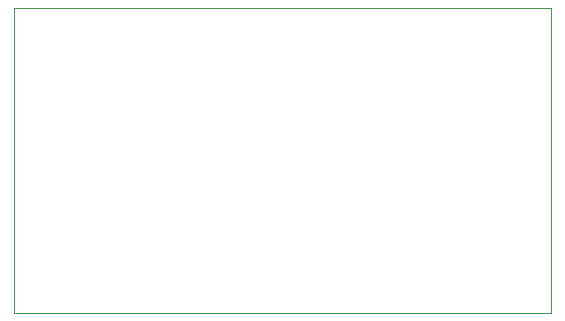
<source format=gm1>
G04*
G04 #@! TF.GenerationSoftware,Altium Limited,Altium Designer,19.1.6 (110)*
G04*
G04 Layer_Color=16711935*
%FSLAX43Y43*%
%MOMM*%
G71*
G01*
G75*
%ADD12C,0.100*%
D12*
X91900Y69900D02*
Y95700D01*
X46400Y69900D02*
X91900D01*
X46400Y95700D02*
X91900D01*
X46400Y69900D02*
Y95700D01*
M02*

</source>
